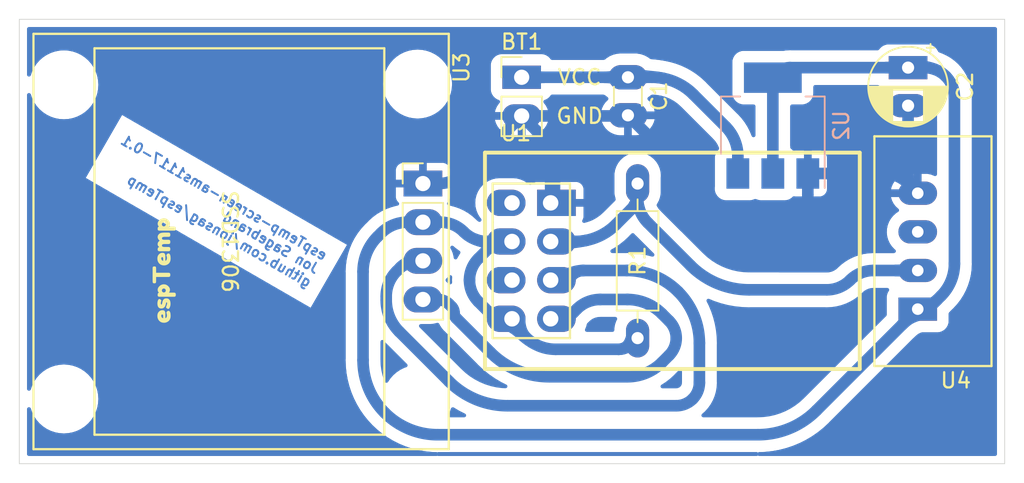
<source format=kicad_pcb>
(kicad_pcb (version 20240108) (generator "pcbnew") (generator_version "8.0")
  (title_block (title "espTemp-screen-ams1117") (date "2022-12-15") (rev "0.1"))
  (layers (0 "F.Cu" signal) (31 "B.Cu" signal) (34 "B.Paste" user) (35 "F.Paste" user) (36 "B.SilkS" user "B.Silkscreen") (37 "F.SilkS" user "F.Silkscreen") (38 "B.Mask" user) (39 "F.Mask" user) (44 "Edge.Cuts" user))
  (net 0 "")
  (net 1 "GND")
  (net 2 "Net-(BT1-Pad1)")
  (net 3 "+3V3")
  (net 6 "TempSignal")
  (net 8 "SCL")
  (net 9 "SDA")
  (footprint "My_Headers:2-pin_power_input_header_larger_pads" (layer "F.Cu") (at 138.43 76.835)
    (property "Reference" "BT1" (at 0 -2.33 0) (layer "F.SilkS"))
    (property "Value" "3.6V" (hide yes))
    (fp_text user "GND" (at 3.81 2.54 0) (layer "F.SilkS"))
    (fp_text user "VCC" (at 3.81 0 0) (layer "F.SilkS"))
    (pad "1" thru_hole rect (at 0 0) (size 2.54 1.524) (drill 1) (layers "*.Cu" "*.Mask") (net 2 "Net-(BT1-Pad1)"))
    (pad "2" thru_hole oval (at 0 2.54) (size 2.54 1.524) (drill 1) (layers "*.Cu" "*.Mask") (net 1 "GND"))
  )
  (footprint "My_Misc:C_Disc_D3.0mm_W1.6mm_P2.50mm_larg" (layer "F.Cu") (at 145.415 76.835 -90)
    (property "Reference" "C1" (at 1.25 -2.05 90) (layer "F.SilkS"))
    (property "Value" "100n")
    (pad "1" thru_hole oval (at 0 0 270) (size 1.6 2.54) (drill 0.8) (layers "*.Cu" "*.Mask") (net 2 "Net-(BT1-Pad1)"))
    (pad "2" thru_hole oval (at 2.5 0 270) (size 1.6 2.54) (drill 0.8) (layers "*.Cu" "*.Mask") (net 1 "GND"))
  )
  (footprint "My_Misc:R_Axial_DIN0207_L6.3mm_D2.5mm_P10.16mm_Horizontal_larger_pads" (layer "F.Cu") (at 146.05 93.98 90)
    (property "Reference" "R1" (at 5.08 0 90) (layer "F.SilkS"))
    (property "Value" "4.7k" (hide yes))
    (pad "1" thru_hole oval (at 0 0 90) (size 2.54 1.524) (drill 0.8) (layers "*.Cu" "*.Mask") (net 3 "+3V3"))
    (pad "2" thru_hole oval (at 10.16 0 90) (size 2.54 1.524) (drill 0.8) (layers "*.Cu" "*.Mask") (net 6 "TempSignal"))
  )
  (footprint "My_Arduino:ESP-01_w_pin_socket_large" (layer "F.Cu") (at 137.795 85.09)
    (property "Reference" "U1" (at 0.254 -4.572 0) (layer "F.SilkS"))
    (property "Value" "ESP-01")
    (pad "1" thru_hole rect (at 2.54 0) (size 2.54 1.7272) (drill 1.016 (offset 0.381 0)) (layers "*.Cu" "*.Mask") (net 1 "GND"))
    (pad "2" thru_hole oval (at 0 0) (size 2.54 1.7272) (drill 1.016 (offset -0.381 0)) (layers "*.Cu" "*.Mask"))
    (pad "3" thru_hole oval (at 2.54 2.54) (size 2.54 1.7272) (drill 1.016 (offset 0.381 0)) (layers "*.Cu" "*.Mask") (net 6 "TempSignal"))
    (pad "4" thru_hole oval (at 0 2.54) (size 2.54 1.7272) (drill 1.016 (offset -0.381 0)) (layers "*.Cu" "*.Mask") (net 3 "+3V3"))
    (pad "5" thru_hole oval (at 2.54 5.08) (size 2.54 1.7272) (drill 1.016 (offset 0.381 0)) (layers "*.Cu" "*.Mask") (net 8 "SCL"))
    (pad "6" thru_hole oval (at 0 5.08) (size 2.54 1.7272) (drill 1.016 (offset -0.381 0)) (layers "*.Cu" "*.Mask"))
    (pad "7" thru_hole oval (at 2.54 7.62) (size 2.54 1.7272) (drill 1.016 (offset 0.381 0)) (layers "*.Cu" "*.Mask") (net 9 "SDA"))
    (pad "8" thru_hole oval (at 0 7.62) (size 2.54 1.7272) (drill 1.016 (offset -0.381 0)) (layers "*.Cu" "*.Mask") (net 3 "+3V3"))
  )
  (footprint "My_Parts:DHT22,RHT03,CM2303_100mil_large" (layer "F.Cu") (at 164.465 92.075 180)
    (property "Reference" "U4" (at -2.5 -4.69 0) (layer "F.SilkS"))
    (property "Value" "DHT22,CM2303" (hide yes))
    (pad "1" thru_hole rect (at 0 0 180) (size 2.54 1.524) (drill 0.762) (layers "*.Cu" "*.Mask") (net 3 "+3V3"))
    (pad "2" thru_hole oval (at 0 2.54 180) (size 2.54 1.524) (drill 0.762) (layers "*.Cu" "*.Mask") (net 6 "TempSignal"))
    (pad "3" thru_hole oval (at 0 5.08 180) (size 2.54 1.524) (drill 0.762) (layers "*.Cu" "*.Mask"))
    (pad "4" thru_hole oval (at 0 7.62 180) (size 2.54 1.524) (drill 0.762) (layers "*.Cu" "*.Mask") (net 1 "GND"))
  )
  (footprint "My_Parts:SSD1306_I2C_0.96_OLED_display_large" (layer "F.Cu") (at 131.94 83.82 -90)
    (property "Reference" "U3" (at -7.62 -2.54 90) (layer "F.SilkS"))
    (property "Value" "SSD1306_I2C_display")
    (fp_text user "SSD1306" (at 3.81 12.7 -90) (layer "F.SilkS"))
    (pad "" np_thru_hole oval (at -6.54 0.35 270) (size 3 3) (drill 3) (layers "*.Cu" "*.Mask"))
    (pad "" np_thru_hole oval (at -6.49 23.6 270) (size 3 3) (drill 3) (layers "*.Cu" "*.Mask"))
    (pad "" np_thru_hole oval (at 14.16 23.6 270) (size 3 3) (drill 3) (layers "*.Cu" "*.Mask"))
    (pad "" np_thru_hole oval (at 14.21 0.35 270) (size 3 3) (drill 3) (layers "*.Cu" "*.Mask"))
    (pad "1" thru_hole rect (at 0 0) (size 2.54 1.7) (drill 1) (layers "*.Cu" "*.Mask") (net 1 "GND"))
    (pad "2" thru_hole oval (at 2.54 0) (size 2.54 1.7) (drill 1) (layers "*.Cu" "*.Mask") (net 3 "+3V3"))
    (pad "3" thru_hole oval (at 5.08 0) (size 2.54 1.7) (drill 1) (layers "*.Cu" "*.Mask") (net 8 "SCL"))
    (pad "4" thru_hole oval (at 7.62 0) (size 2.54 1.7) (drill 1) (layers "*.Cu" "*.Mask") (net 9 "SDA"))
  )
  (footprint "kibuzzard-62077BA3" (layer "F.Cu") (at 114.935 89.535 90)
    (property "Reference" "kibuzzard-62077BA3" (hide yes))
    (property "Value" "G***" (hide yes))
  )
  (footprint "My_Misc:CP_Radial_D5.0mm_P2.50mm_larger_pads" (layer "F.Cu") (at 163.83 76.2 -90)
    (property "Reference" "C2" (at 1.25 -3.75 90) (layer "F.SilkS"))
    (property "Value" "10u" (hide yes))
    (pad "1" thru_hole rect (at 0 0 270) (size 1.524 2.54) (drill 0.8) (layers "*.Cu" "*.Mask") (net 3 "+3V3"))
    (pad "2" thru_hole oval (at 2.5 0 270) (size 1.524 2.54) (drill 0.8) (layers "*.Cu" "*.Mask") (net 1 "GND"))
  )
  (footprint "Package_TO_SOT_SMD:SOT-223-3_TabPin2" (layer "B.Cu") (at 154.94 80.01 90)
    (property "Reference" "U2" (at 0 4.5 90) (layer "B.SilkS") (effects (justify mirror)))
    (property "Value" "AMS1117-3.3")
    (pad "1" smd rect (at -3.15 2.3 90) (size 2 1.5) (layers "B.Cu" "B.Paste" "B.Mask") (net 1 "GND"))
    (pad "2" smd rect (at -3.15 0 90) (size 2 1.5) (layers "B.Cu" "B.Paste" "B.Mask") (net 3 "+3V3"))
    (pad "2" smd rect (at 3.15 0 90) (size 2 3.8) (layers "B.Cu" "B.Paste" "B.Mask") (net 3 "+3V3"))
    (pad "3" smd rect (at -3.15 -2.3 90) (size 2 1.5) (layers "B.Cu" "B.Paste" "B.Mask") (net 2 "Net-(BT1-Pad1)"))
  )
  (gr_line (start 105.41 73.025) (end 170.18 73.025) (stroke (width 0.05)) (layer "Edge.Cuts"))
  (gr_line (start 170.18 73.025) (end 170.18 102.235) (stroke (width 0.05)) (layer "Edge.Cuts"))
  (gr_line (start 170.18 102.235) (end 105.41 102.235) (stroke (width 0.05)) (layer "Edge.Cuts"))
  (gr_line (start 105.41 102.235) (end 105.41 73.025) (stroke (width 0.05)) (layer "Edge.Cuts"))
  (gr_text "${TITLE}-${REVISION}\nJon Sagebrand\ngithub.com/jonsag/espTemp" (at 125.095 89.535 -30) (layer "B.Cu") (effects (font (size 0.635 0.635) (thickness 0.127)) (justify left mirror)))
  (segment (start 154.978519 88.22648) (end 156.248282 86.956717) (width 0.762) (layer "B.Cu") (net 1))
  (segment (start 140.335 82.627038) (end 140.335 85.09) (width 0.762) (layer "B.Cu") (net 1))
  (segment (start 148.947832 82.867832) (end 145.435 79.355) (width 0.762) (layer "B.Cu") (net 1))
  (segment (start 138.43 79.375) (end 134.708016 83.096983) (width 0.762) (layer "B.Cu") (net 1))
  (segment (start 150.772167 87.272167) (end 151.72648 88.22648) (width 0.762) (layer "B.Cu") (net 1))
  (segment (start 157.24 83.16) (end 157.24 84.5625) (width 0.762) (layer "B.Cu") (net 1))
  (segment (start 163.8175 83.8075) (end 164.1475 84.1375) (width 0.762) (layer "B.Cu") (net 1))
  (segment (start 132.9625 83.82) (end 131.94 83.82) (width 0.762) (layer "B.Cu") (net 1))
  (segment (start 157.24 83.16) (end 162.254296 83.16) (width 0.762) (layer "B.Cu") (net 1))
  (segment (start 139.3825 80.3275) (end 138.43 79.375) (width 0.762) (layer "B.Cu") (net 1))
  (segment (start 138.43 79.375) (end 145.346715 79.375) (width 0.762) (layer "B.Cu") (net 1))
  (segment (start 163.83 83.370987) (end 163.83 78.7) (width 0.762) (layer "B.Cu") (net 1))
  (arc (start 145.435 79.355) (mid 145.415 79.346715) (end 145.395 79.355) (width 0.762) (layer "B.Cu") (net 1))
  (arc (start 163.83 83.370987) (mid 163.912515 83.78582) (end 164.1475 84.1375) (width 0.762) (layer "B.Cu") (net 1))
  (arc (start 164.1475 84.1375) (mid 164.1475 84.1375) (end 164.1475 84.1375) (width 0.762) (layer "B.Cu") (net 1))
  (arc (start 157.24 84.5625) (mid 156.98226 85.85824) (end 156.248282 86.956717) (width 0.762) (layer "B.Cu") (net 1))
  (arc (start 154.978519 88.22648) (mid 154.232495 88.724957) (end 153.3525 88.9) (width 0.762) (layer "B.Cu") (net 1))
  (arc (start 134.708016 83.096983) (mid 133.907166 83.632094) (end 132.9625 83.82) (width 0.762) (layer "B.Cu") (net 1))
  (arc (start 148.947832 82.867832) (mid 149.622935 83.878195) (end 149.86 85.07) (width 0.762) (layer "B.Cu") (net 1))
  (arc (start 145.395 79.355) (mid 145.372846 79.369802) (end 145.346715 79.375) (width 0.762) (layer "B.Cu") (net 1))
  (arc (start 149.86 85.07) (mid 150.097064 86.261804) (end 150.772167 87.272167) (width 0.762) (layer "B.Cu") (net 1))
  (arc (start 151.72648 88.22648) (mid 152.472504 88.724957) (end 153.3525 88.9) (width 0.762) (layer "B.Cu") (net 1))
  (arc (start 163.8175 83.8075) (mid 163.100296 83.328279) (end 162.254296 83.16) (width 0.762) (layer "B.Cu") (net 1))
  (arc (start 139.3825 80.3275) (mid 140.087453 81.382537) (end 140.335 82.627038) (width 0.762) (layer "B.Cu") (net 1))
  (segment (start 149.712532 77.957532) (end 151.835666 80.080666) (width 0.762) (layer "B.Cu") (net 2))
  (segment (start 147.0025 76.835) (end 145.415 76.835) (width 0.762) (layer "B.Cu") (net 2))
  (segment (start 152.64 82.0225) (end 152.64 83.16) (width 0.762) (layer "B.Cu") (net 2))
  (segment (start 145.415 76.835) (end 138.43 76.835) (width 0.762) (layer "B.Cu") (net 2))
  (arc (start 151.835666 80.080666) (mid 152.43096 80.971587) (end 152.64 82.0225) (width 0.762) (layer "B.Cu") (net 2))
  (arc (start 149.712532 77.957532) (mid 148.469158 77.126736) (end 147.0025 76.835) (width 0.762) (layer "B.Cu") (net 2))
  (segment (start 136.550664 87.78916) (end 135.588712 88.751112) (width 0.762) (layer "B.Cu") (net 3))
  (segment (start 166.002538 91.199538) (end 165.361156 91.84092) (width 0.762) (layer "B.Cu") (net 3))
  (segment (start 132.956 86.36) (end 130.924 86.36) (width 0.762) (layer "B.Cu") (net 3))
  (segment (start 128.955739 87.312259) (end 129.189579 87.07842) (width 0.762) (layer "B.Cu") (net 3))
  (segment (start 132.907705 100.33) (end 153.956036 100.33) (width 0.762) (layer "B.Cu") (net 3))
  (segment (start 136.153025 87.63) (end 137.795 87.63) (width 0.762) (layer "B.Cu") (net 3))
  (segment (start 137.909014 93.146496) (end 138.636819 93.874301) (width 0.762) (layer "B.Cu") (net 3))
  (segment (start 128.00348 89.611219) (end 128.00348 95.425774) (width 0.762) (layer "B.Cu") (net 3))
  (segment (start 156.06669 76.2) (end 163.83 76.2) (width 0.762) (layer "B.Cu") (net 3))
  (segment (start 133.086974 86.36) (end 132.956 86.36) (width 0.762) (layer "B.Cu") (net 3))
  (segment (start 137.633759 92.71) (end 137.252412 92.71) (width 0.762) (layer "B.Cu") (net 3))
  (segment (start 140.669149 94.71612) (end 144.793364 94.71612) (width 0.762) (layer "B.Cu") (net 3))
  (segment (start 157.803792 98.736207) (end 164.23092 92.309079) (width 0.762) (layer "B.Cu") (net 3))
  (segment (start 166.878 78.151223) (end 166.878 89.085987) (width 0.762) (layer "B.Cu") (net 3))
  (segment (start 145.68194 94.34806) (end 146.05 93.98) (width 0.762) (layer "B.Cu") (net 3))
  (segment (start 136.934912 87.63) (end 137.16 87.63) (width 0.762) (layer "B.Cu") (net 3))
  (segment (start 136.326157 92.326332) (end 135.588712 91.588887) (width 0.762) (layer "B.Cu") (net 3))
  (segment (start 154.94 77.32669) (end 154.94 83.16) (width 0.762) (layer "B.Cu") (net 3))
  (segment (start 164.926776 76.2) (end 163.83 76.2) (width 0.762) (layer "B.Cu") (net 3))
  (arc (start 136.326157 92.326332) (mid 136.751126 92.610287) (end 137.252412 92.71) (width 0.762) (layer "B.Cu") (net 3))
  (arc (start 128.955739 87.312259) (mid 128.250964 88.367031) (end 128.00348 89.611219) (width 0.762) (layer "B.Cu") (net 3))
  (arc (start 144.793364 94.71612) (mid 145.274257 94.620464) (end 145.68194 94.34806) (width 0.762) (layer "B.Cu") (net 3))
  (arc (start 166.878 89.085987) (mid 166.650474 90.229832) (end 166.002538 91.199538) (width 0.762) (layer "B.Cu") (net 3))
  (arc (start 134.62 86.995) (mid 135.323357 87.464968) (end 136.153025 87.63) (width 0.762) (layer "B.Cu") (net 3))
  (arc (start 157.803792 98.736207) (mid 156.038426 99.915786) (end 153.956036 100.33) (width 0.762) (layer "B.Cu") (net 3))
  (arc (start 137.795 92.871241) (mid 137.747773 92.757226) (end 137.633759 92.71) (width 0.762) (layer "B.Cu") (net 3))
  (arc (start 156.06669 76.2) (mid 155.635524 76.285764) (end 155.27 76.53) (width 0.762) (layer "B.Cu") (net 3))
  (arc (start 134.62 86.995) (mid 133.916641 86.525031) (end 133.086974 86.36) (width 0.762) (layer "B.Cu") (net 3))
  (arc (start 128.00348 95.425774) (mid 128.376791 97.302539) (end 129.439894 98.893585) (width 0.762) (layer "B.Cu") (net 3))
  (arc (start 140.669149 94.71612) (mid 139.56926 94.497338) (end 138.636819 93.874301) (width 0.762) (layer "B.Cu") (net 3))
  (arc (start 165.361156 91.84092) (mid 165.101877 92.014164) (end 164.796038 92.075) (width 0.762) (layer "B.Cu") (net 3))
  (arc (start 164.796038 92.075) (mid 164.490198 92.135835) (end 164.23092 92.309079) (width 0.762) (layer "B.Cu") (net 3))
  (arc (start 166.3065 76.7715) (mid 166.729471 77.404522) (end 166.878 78.151223) (width 0.762) (layer "B.Cu") (net 3))
  (arc (start 155.27 76.53) (mid 155.025764 76.895524) (end 154.94 77.32669) (width 0.762) (layer "B.Cu") (net 3))
  (arc (start 129.439894 98.893585) (mid 131.030939 99.956687) (end 132.907705 100.33) (width 0.762) (layer "B.Cu") (net 3))
  (arc (start 135.00099 90.17) (mid 135.153733 90.937896) (end 135.588712 91.588887) (width 0.762) (layer "B.Cu") (net 3))
  (arc (start 136.934912 87.63) (mid 136.726958 87.671364) (end 136.550664 87.78916) (width 0.762) (layer "B.Cu") (net 3))
  (arc (start 135.00099 90.17) (mid 135.153733 89.402103) (end 135.588712 88.751112) (width 0.762) (layer "B.Cu") (net 3))
  (arc (start 130.924 86.36) (mid 129.985338 86.546711) (end 129.189579 87.07842) (width 0.762) (layer "B.Cu") (net 3))
  (arc (start 166.3065 76.7715) (mid 165.673477 76.348528) (end 164.926776 76.2) (width 0.762) (layer "B.Cu") (net 3))
  (arc (start 137.909014 93.146496) (mid 137.824631 93.020208) (end 137.795 92.871241) (width 0.762) (layer "B.Cu") (net 3))
  (segment (start 144.632531 86.507467) (end 145.600987 85.539012) (width 0.762) (layer "B.Cu") (net 6))
  (segment (start 161.553025 89.535) (end 164.465 89.535) (width 0.762) (layer "B.Cu") (net 6))
  (segment (start 146.723519 86.398519) (end 149.536207 89.211207) (width 0.762) (layer "B.Cu") (net 6))
  (segment (start 146.05 84.7725) (end 146.05 84.455) (width 0.762) (layer "B.Cu") (net 6))
  (segment (start 158.486974 90.805) (end 153.383963 90.805) (width 0.762) (layer "B.Cu") (net 6))
  (segment (start 141.9225 87.63) (end 140.335 87.63) (width 0.762) (layer "B.Cu") (net 6))
  (arc (start 160.02 90.17) (mid 159.316641 90.639968) (end 158.486974 90.805) (width 0.762) (layer "B.Cu") (net 6))
  (arc (start 144.632531 86.507467) (mid 143.389158 87.338263) (end 141.9225 87.63) (width 0.762) (layer "B.Cu") (net 6))
  (arc (start 146.05 84.455) (mid 146.05 84.455) (end 146.05 84.455) (width 0.762) (layer "B.Cu") (net 6))
  (arc (start 149.536207 89.211207) (mid 151.301572 90.390786) (end 153.383963 90.805) (width 0.762) (layer "B.Cu") (net 6))
  (arc (start 161.553025 89.535) (mid 160.723357 89.700031) (end 160.02 90.17) (width 0.762) (layer "B.Cu") (net 6))
  (arc (start 146.05 84.7725) (mid 146.225041 85.652495) (end 146.723519 86.398519) (width 0.762) (layer "B.Cu") (net 6))
  (arc (start 146.05 84.455) (mid 145.933305 85.041663) (end 145.600987 85.539012) (width 0.762) (layer "B.Cu") (net 6))
  (segment (start 145.344683 89.535) (end 142.503494 89.535) (width 0.762) (layer "B.Cu") (net 8))
  (segment (start 140.970469 90.17) (end 140.335 90.17) (width 0.762) (layer "B.Cu") (net 8))
  (segment (start 137.508963 98.425) (end 148.596721 98.425) (width 0.762) (layer "B.Cu") (net 8))
  (segment (start 130.212499 89.585019) (end 130.47945 89.318069) (width 0.762) (layer "B.Cu") (net 8))
  (segment (start 133.661207 96.831207) (end 130.385709 93.555709) (width 0.762) (layer "B.Cu") (net 8))
  (segment (start 129.52748 91.238804) (end 129.52748 91.48376) (width 0.762) (layer "B.Cu") (net 8))
  (segment (start 150.11352 94.303836) (end 150.11352 96.908201) (width 0.762) (layer "B.Cu") (net 8))
  (segment (start 131.48876 88.9) (end 132.08 88.9) (width 0.762) (layer "B.Cu") (net 8))
  (arc (start 137.508963 98.425) (mid 135.426572 98.010786) (end 133.661207 96.831207) (width 0.762) (layer "B.Cu") (net 8))
  (arc (start 149.66926 97.98074) (mid 149.99806 97.488655) (end 150.11352 96.908201) (width 0.762) (layer "B.Cu") (net 8))
  (arc (start 149.66926 97.98074) (mid 149.177175 98.30954) (end 148.596721 98.425) (width 0.762) (layer "B.Cu") (net 8))
  (arc (start 150.11352 94.303836) (mid 149.750513 92.478881) (end 148.71676 90.93176) (width 0.762) (layer "B.Cu") (net 8))
  (arc (start 140.970469 90.17) (mid 141.385302 90.087484) (end 141.736982 89.8525) (width 0.762) (layer "B.Cu") (net 8))
  (arc (start 142.503494 89.535) (mid 142.08866 89.617515) (end 141.736982 89.8525) (width 0.762) (layer "B.Cu") (net 8))
  (arc (start 145.344683 89.535) (mid 147.169637 89.898006) (end 148.71676 90.93176) (width 0.762) (layer "B.Cu") (net 8))
  (arc (start 130.47945 89.318069) (mid 130.942525 89.008652) (end 131.48876 88.9) (width 0.762) (layer "B.Cu") (net 8))
  (arc (start 130.385709 93.555709) (mid 129.750526 92.60509) (end 129.52748 91.48376) (width 0.762) (layer "B.Cu") (net 8))
  (arc (start 130.212499 89.585019) (mid 129.70551 90.343782) (end 129.52748 91.238804) (width 0.762) (layer "B.Cu") (net 8))
  (segment (start 148.12232 95.109077) (end 147.650699 95.580699) (width 0.762) (layer "B.Cu") (net 9))
  (segment (start 143.587507 91.44) (end 145.383025 91.44) (width 0.762) (layer "B.Cu") (net 9))
  (segment (start 147.650699 92.379301) (end 148.12232 92.850922) (width 0.762) (layer "B.Cu") (net 9))
  (segment (start 142.054482 92.075) (end 141.802904 92.326577) (width 0.762) (layer "B.Cu") (net 9))
  (segment (start 132.900987 91.44) (end 132.08 91.44) (width 0.762) (layer "B.Cu") (net 9))
  (segment (start 140.234481 96.52) (end 145.383025 96.52) (width 0.762) (layer "B.Cu") (net 9))
  (segment (start 133.6675 91.7575) (end 133.826084 91.916084) (width 0.762) (layer "B.Cu") (net 9))
  (segment (start 140.877241 92.71) (end 140.335 92.71) (width 0.762) (layer "B.Cu") (net 9))
  (segment (start 136.386725 94.926207) (end 134.143915 92.683397) (width 0.762) (layer "B.Cu") (net 9))
  (arc (start 141.802904 92.326577) (mid 141.378206 92.610351) (end 140.877241 92.71) (width 0.762) (layer "B.Cu") (net 9))
  (arc (start 148.12232 95.109077) (mid 148.468453 94.591052) (end 148.59 93.98) (width 0.762) (layer "B.Cu") (net 9))
  (arc (start 133.985 92.299741) (mid 134.0263 92.507374) (end 134.143915 92.683397) (width 0.762) (layer "B.Cu") (net 9))
  (arc (start 133.6675 91.7575) (mid 133.31582 91.522515) (end 132.900987 91.44) (width 0.762) (layer "B.Cu") (net 9))
  (arc (start 145.383025 96.52) (mid 146.610281 96.275883) (end 147.650699 95.580699) (width 0.762) (layer "B.Cu") (net 9))
  (arc (start 147.650699 92.379301) (mid 146.610281 91.684116) (end 145.383025 91.44) (width 0.762) (layer "B.Cu") (net 9))
  (arc (start 148.12232 92.850922) (mid 148.468453 93.368947) (end 148.59 93.98) (width 0.762) (layer "B.Cu") (net 9))
  (arc (start 142.054482 92.075) (mid 142.757839 91.605031) (end 143.587507 91.44) (width 0.762) (layer "B.Cu") (net 9))
  (arc (start 133.985 92.299741) (mid 133.943699 92.092107) (end 133.826084 91.916084) (width 0.762) (layer "B.Cu") (net 9))
  (arc (start 140.234481 96.52) (mid 138.15209 96.105786) (end 136.386725 94.926207) (width 0.762) (layer "B.Cu") (net 9))
  (zone (net 6) (net_name "TempSignal") (layer "B.Cu") (priority 16962) (connect_pads yes (clearance 0)) (min_thickness 0.0254) (fill yes (thermal_gap 0.508) (thermal_bridge_width 0.508))
    (polygon (pts (xy 146.535374 85.396674) (xy 146.485222 85.229254) (xy 146.456376 85.081947) (xy 146.446695 84.950793) (xy 146.45404 84.831827) (xy 146.47627 84.72109) (xy 146.511245 84.614618) (xy 146.556826 84.50845) (xy 146.610872 84.398623) (xy 146.671243 84.281176) (xy 146.7358 84.152148) (xy 146.05 83.439) (xy 145.3642 84.152148) (xy 145.436022 84.310415) (xy 145.491098 84.452115) (xy 145.533477 84.58271) (xy 145.56721 84.707659) (xy 145.596346 84.832423) (xy 145.624936 84.962462) (xy 145.657029 85.103238) (xy 145.696676 85.26021) (xy 145.747927 85.438839) (xy 145.814832 85.644586)))
  )
  (zone (net 6) (net_name "TempSignal") (layer "B.Cu") (priority 16962) (connect_pads yes (clearance 0)) (min_thickness 0.0254) (fill yes (thermal_gap 0.508) (thermal_bridge_width 0.508))
    (polygon (pts (xy 142.693684 87.161733) (xy 142.420604 87.217235) (xy 142.183238 87.250125) (xy 141.974429 87.261681) (xy 141.787025 87.253184) (xy 141.61387 87.225914) (xy 141.44781 87.18115) (xy 141.281691 87.120173) (xy 141.108358 87.044262) (xy 140.920657 86.954698) (xy 140.711434 86.85276) (xy 139.9032 87.63) (xy 140.711434 88.40724) (xy 140.941075 88.303712) (xy 141.145487 88.226768) (xy 141.332932 88.170877) (xy 141.511672 88.130507) (xy 141.689967 88.100126) (xy 141.876079 88.074204) (xy 142.078271 88.047209) (xy 142.304803 88.013609) (xy 142.563937 87.967872) (xy 142.863936 87.904469)))
  )
  (zone (net 6) (net_name "TempSignal") (layer "B.Cu") (priority 16962) (connect_pads yes (clearance 0)) (min_thickness 0.0254) (fill yes (thermal_gap 0.508) (thermal_bridge_width 0.508))
    (polygon (pts (xy 162.943 89.916) (xy 163.113612 89.918752) (xy 163.260123 89.92714) (xy 163.38727 89.941361) (xy 163.499787 89.961612) (xy 163.60241 89.988091) (xy 163.699874 90.020994) (xy 163.796915 90.06052) (xy 163.898268 90.106864) (xy 164.008668 90.160225) (xy 164.132852 90.2208) (xy 164.846 89.535) (xy 164.132852 88.8492) (xy 164.008668 88.909774) (xy 163.898268 88.963135) (xy 163.796915 89.009479) (xy 163.699874 89.049005) (xy 163.60241 89.081908) (xy 163.499787 89.108387) (xy 163.38727 89.128638) (xy 163.260123 89.142859) (xy 163.113612 89.151247) (xy 162.943 89.154)))
  )
  (zone (net 2) (net_name "Net-(BT1-Pad1)") (layer "B.Cu") (priority 16962) (connect_pads yes (clearance 0)) (min_thickness 0.0254) (fill yes (thermal_gap 0.508) (thermal_bridge_width 0.508))
    (polygon (pts (xy 139.952 76.454) (xy 139.781387 76.451247) (xy 139.634876 76.442859) (xy 139.507729 76.428638) (xy 139.395212 76.408387) (xy 139.292589 76.381908) (xy 139.195125 76.349005) (xy 139.098084 76.309479) (xy 138.996731 76.263135) (xy 138.886331 76.209774) (xy 138.762148 76.1492) (xy 138.049 76.835) (xy 138.762148 77.5208) (xy 138.886331 77.460225) (xy 138.996731 77.406864) (xy 139.098084 77.36052) (xy 139.195125 77.320994) (xy 139.292589 77.288091) (xy 139.395212 77.261612) (xy 139.507729 77.241361) (xy 139.634876 77.22714) (xy 139.781387 77.218752) (xy 139.952 77.216)))
  )
  (zone (net 3) (net_name "+3V3") (layer "B.Cu") (priority 16962) (connect_pads yes (clearance 0)) (min_thickness 0.0254) (fill yes (thermal_gap 0.508) (thermal_bridge_width 0.508))
    (polygon (pts (xy 136.504133 88.374506) (xy 136.599859 88.291959) (xy 136.692196 88.237556) (xy 136.782112 88.20792) (xy 136.870573 88.199674) (xy 136.958547 88.209442) (xy 137.047001 88.233848) (xy 137.136904 88.269514) (xy 137.229222 88.313064) (xy 137.324922 88.361122) (xy 137.424974 88.410311) (xy 138.226785 87.626447) (xy 137.184343 87.019343) (xy 137.060725 87.131685) (xy 136.94382 87.217987) (xy 136.831253 87.285453) (xy 136.720651 87.341292) (xy 136.609638 87.392708) (xy 136.49584 87.44691) (xy 136.376884 87.511102) (xy 136.250394 87.592492) (xy 136.113997 87.698286) (xy 135.965318 87.835691)))
  )
  (zone (net 8) (net_name "SCL") (layer "B.Cu") (priority 16962) (connect_pads yes (clearance 0)) (min_thickness 0.0254) (fill yes (thermal_gap 0.508) (thermal_bridge_width 0.508))
    (polygon (pts (xy 130.650617 89.685716) (xy 130.757189 89.594348) (xy 130.85917 89.535912) (xy 130.95799 89.50587) (xy 131.055077 89.499687) (xy 131.15186 89.512829) (xy 131.249769 89.540759) (xy 131.350233 89.578942) (xy 131.454681 89.622843) (xy 131.564542 89.667927) (xy 131.681246 89.709658) (xy 132.36074 88.839979) (xy 131.338961 88.298959) (xy 131.213915 88.413386) (xy 131.096157 88.502323) (xy 130.983148 88.57286) (xy 130.87235 88.632084) (xy 130.761224 88.687087) (xy 130.64723 88.744957) (xy 130.52783 88.812784) (xy 130.400485 88.897657) (xy 130.262656 89.006666) (xy 130.111804 89.1469)))
  )
  (zone (net 2) (net_name "Net-(BT1-Pad1)") (layer "B.Cu") (priority 16962) (connect_pads yes (clearance 0)) (min_thickness 0.0254) (fill yes (thermal_gap 0.508) (thermal_bridge_width 0.508))
    (polygon (pts (xy 143.825 77.216) (xy 144.003446 77.219365) (xy 144.156175 77.229474) (xy 144.288303 77.24634) (xy 144.404948 77.269982) (xy 144.511229 77.300414) (xy 144.612263 77.337653) (xy 144.713168 77.381715) (xy 144.819062 77.432616) (xy 144.935063 77.490372) (xy 145.066289 77.555) (xy 145.815 76.835) (xy 145.066289 76.115) (xy 144.935063 76.179627) (xy 144.819062 76.237383) (xy 144.713168 76.288284) (xy 144.612263 76.332346) (xy 144.511229 76.369585) (xy 144.404948 76.400017) (xy 144.288303 76.423659) (xy 144.156175 76.440525) (xy 144.003446 76.450634) (xy 143.825 76.454)))
  )
  (zone (net 1) (net_name "GND") (layer "B.Cu") (connect_pads (clearance 0.508)) (min_thickness 0.254) (fill yes (thermal_gap 0.508) (thermal_bridge_width 0.508))
    (polygon (pts (xy 170.815 102.87) (xy 104.775 102.87) (xy 104.775 72.39) (xy 170.815 72.39)))
  )
  (zone (net 3) (net_name "+3V3") (layer "B.Cu") (priority 16962) (connect_pads yes (clearance 0)) (min_thickness 0.0254) (fill yes (thermal_gap 0.508) (thermal_bridge_width 0.508))
    (polygon (pts (xy 165.814589 75.994596) (xy 165.591705 75.909654) (xy 165.396679 75.847664) (xy 165.223868 75.803094) (xy 165.067628 75.770412) (xy 164.922316 75.744087) (xy 164.782288 75.718586) (xy 164.6419 75.688379) (xy 164.49551 75.647933) (xy 164.337474 75.591717) (xy 164.162148 75.5142) (xy 163.449 76.2) (xy 164.162148 76.8858) (xy 164.303421 76.815248) (xy 164.432892 76.749204) (xy 164.554567 76.690301) (xy 164.672452 76.641174) (xy 164.790553 76.604457) (xy 164.912877 76.582784) (xy 165.04343 76.578791) (xy 165.186217 76.59511) (xy 165.345245 76.634377) (xy 165.524521 76.699226)))
  )
  (zone (net 6) (net_name "TempSignal") (layer "B.Cu") (priority 16962) (connect_pads yes (clearance 0)) (min_thickness 0.0254) (fill yes (thermal_gap 0.508) (thermal_bridge_width 0.508))
    (polygon (pts (xy 146.109133 85.51731) (xy 146.211118 85.352894) (xy 146.288084 85.206153) (xy 146.345703 85.073539) (xy 146.389648 84.951507) (xy 146.425592 84.836509) (xy 146.459209 84.725) (xy 146.496171 84.613434) (xy 146.542151 84.498263) (xy 146.602822 84.375943) (xy 146.683859 84.242926) (xy 146.067007 83.43938) (xy 145.350058 84.121204) (xy 145.398615 84.225039) (xy 145.448794 84.321675) (xy 145.496985 84.413268) (xy 145.539575 84.501973) (xy 145.572954 84.58995) (xy 145.59351 84.679354) (xy 145.597631 84.772342) (xy 145.581706 84.871072) (xy 145.542125 84.9777) (xy 145.475275 85.094384)))
  )
  (zone (net 0) (net_name "") (layer "B.Cu") (connect_pads (clearance 0.508)) (min_thickness 0.254) (fill yes (thermal_gap 0.508) (thermal_bridge_width 0.508))
    (polygon (pts (xy 171.45 103.505) (xy 104.14 103.505) (xy 104.14 71.755) (xy 171.45 71.755)))
  )
  (zone (net 9) (net_name "SDA") (layer "B.Cu") (priority 16962) (connect_pads yes (clearance 0)) (min_thickness 0.0254) (fill yes (thermal_gap 0.508) (thermal_bridge_width 0.508))
    (polygon (pts (xy 133.935587 91.486774) (xy 133.776197 91.348599) (xy 133.624123 91.253394) (xy 133.478276 91.191155) (xy 133.337568 91.151877) (xy 133.20091 91.125558) (xy 133.067213 91.102193) (xy 132.93539 91.071778) (xy 132.804351 91.024309) (xy 132.673008 90.949783) (xy 132.540274 90.838195) (xy 131.515 91.44) (xy 132.310506 92.205) (xy 132.429035 92.141728) (xy 132.541963 92.07359) (xy 132.65057 92.006196) (xy 132.756138 91.945151) (xy 132.859947 91.896064) (xy 132.963279 91.864543) (xy 133.067415 91.856196) (xy 133.173636 91.87663) (xy 133.283224 91.931453) (xy 133.397459 92.026274)))
  )
  (zone (net 2) (net_name "Net-(BT1-Pad1)") (layer "B.Cu") (priority 16962) (connect_pads yes (clearance 0)) (min_thickness 0.0254) (fill yes (thermal_gap 0.508) (thermal_bridge_width 0.508))
    (polygon (pts (xy 147.875655 76.545473) (xy 147.581515 76.489414) (xy 147.326498 76.451434) (xy 147.102846 76.425837) (xy 146.902798 76.406929) (xy 146.718597 76.389013) (xy 146.542482 76.366396) (xy 146.366695 76.333381) (xy 146.183477 76.284273) (xy 145.985068 76.213378) (xy 145.763711 76.115) (xy 145.015 76.835) (xy 145.763711 77.555) (xy 145.966831 77.4576) (xy 146.150011 77.37441) (xy 146.320085 77.306015) (xy 146.483887 77.253005) (xy 146.648254 77.215967) (xy 146.820018 77.195489) (xy 147.006015 77.192158) (xy 147.21308 77.206563) (xy 147.448047 77.239291) (xy 147.717751 77.290931)))
  )
  (zone (net 3) (net_name "+3V3") (layer "B.Cu") (priority 16962) (connect_pads yes (clearance 0)) (min_thickness 0.0254) (fill yes (thermal_gap 0.508) (thermal_bridge_width 0.508))
    (polygon (pts (xy 135.164299 87.811428) (xy 135.465277 87.926731) (xy 135.728672 88.006984) (xy 135.962281 88.060687) (xy 136.173902 88.096341) (xy 136.371334 88.122445) (xy 136.562373 88.147501) (xy 136.754818 88.180008) (xy 136.956467 88.228467) (xy 137.175117 88.301377) (xy 137.418566 88.40724) (xy 138.2268 87.63) (xy 137.418566 86.85276) (xy 137.210946 86.956178) (xy 137.02199 87.051935) (xy 136.845678 87.136421) (xy 136.675991 87.206028) (xy 136.506907 87.257146) (xy 136.332408 87.286166) (xy 136.146474 87.289479) (xy 135.943085 87.263476) (xy 135.716221 87.204548) (xy 135.459863 87.109086)))
  )
  (zone (net 3) (net_name "+3V3") (layer "B.Cu") (priority 16962) (connect_pads yes (clearance 0)) (min_thickness 0.0254) (fill yes (thermal_gap 0.508) (thermal_bridge_width 0.508))
    (polygon (pts (xy 144.768333 95.09712) (xy 144.951445 95.087176) (xy 145.105907 95.060187) (xy 145.237883 95.020414) (xy 145.353539 94.972117) (xy 145.459039 94.91956) (xy 145.56055 94.867002) (xy 145.664236 94.818705) (xy 145.776263 94.778932) (xy 145.902796 94.751943) (xy 146.05 94.742) (xy 146.344479 93.73825) (xy 145.35813 93.660691) (xy 145.317218 93.758645) (xy 145.282129 93.855783) (xy 145.249173 93.949866) (xy 145.214661 94.03866) (xy 145.174905 94.119928) (xy 145.126215 94.191434) (xy 145.064901 94.250942) (xy 144.987276 94.296217) (xy 144.889649 94.325021) (xy 144.768333 94.33512)))
  )
  (zone (net 3) (net_name "+3V3") (layer "B.Cu") (priority 16962) (connect_pads yes (clearance 0)) (min_thickness 0.0254) (fill yes (thermal_gap 0.508) (thermal_bridge_width 0.508))
    (polygon (pts (xy 162.308 76.581) (xy 162.478612 76.583752) (xy 162.625123 76.59214) (xy 162.75227 76.606361) (xy 162.864787 76.626612) (xy 162.96741 76.653091) (xy 163.064874 76.685994) (xy 163.161915 76.72552) (xy 163.263268 76.771864) (xy 163.373668 76.825225) (xy 163.497852 76.8858) (xy 164.211 76.2) (xy 163.497852 75.5142) (xy 163.373668 75.574774) (xy 163.263268 75.628135) (xy 163.161915 75.674479) (xy 163.064874 75.714005) (xy 162.96741 75.746908) (xy 162.864787 75.773387) (xy 162.75227 75.793638) (xy 162.625123 75.807859) (xy 162.478612 75.816247) (xy 162.308 75.819)))
  )
  (zone (net 3) (net_name "+3V3") (layer "B.Cu") (priority 16962) (connect_pads yes (clearance 0)) (min_thickness 0.0254) (fill yes (thermal_gap 0.508) (thermal_bridge_width 0.508))
    (polygon (pts (xy 135.933155 92.472145) (xy 136.08622 92.613935) (xy 136.226393 92.723505) (xy 136.35618 92.808192) (xy 136.478085 92.875333) (xy 136.594616 92.932268) (xy 136.708277 92.986333) (xy 136.821574 93.044866) (xy 136.937014 93.115206) (xy 137.057101 93.20469) (xy 137.184343 93.320657) (xy 138.223341 92.764544) (xy 137.519762 91.891436) (xy 137.40128 91.935959) (xy 137.289695 91.984069) (xy 137.183564 92.031062) (xy 137.08144 92.072228) (xy 136.98188 92.102863) (xy 136.883439 92.118259) (xy 136.784672 92.113711) (xy 136.684135 92.08451) (xy 136.580382 92.025952) (xy 136.47197 91.93333)))
  )
  (zone (net 9) (net_name "SDA") (layer "B.Cu") (priority 16962) (connect_pads yes (clearance 0)) (min_thickness 0.0254) (fill yes (thermal_gap 0.508) (thermal_bridge_width 0.508))
    (polygon (pts (xy 141.657551 91.933116) (xy 141.549177 92.025708) (xy 141.445461 92.084254) (xy 141.344961 92.113456) (xy 141.24623 92.118019) (xy 141.147824 92.102647) (xy 141.0483 92.072044) (xy 140.946212 92.030913) (xy 140.840116 91.983959) (xy 140.728568 91.935886) (xy 140.610124 91.891397) (xy 139.906667 92.764604) (xy 140.945656 93.320658) (xy 141.072867 93.204702) (xy 141.192913 93.115206) (xy 141.308303 93.044838) (xy 141.421546 92.986265) (xy 141.535149 92.932155) (xy 141.65162 92.875176) (xy 141.773469 92.807996) (xy 141.903204 92.723283) (xy 142.043333 92.613706) (xy 142.196364 92.471931)))
  )
  (zone (net 3) (net_name "+3V3") (layer "B.Cu") (priority 16962) (connect_pads yes (clearance 0)) (min_thickness 0.0254) (fill yes (thermal_gap 0.508) (thermal_bridge_width 0.508))
    (polygon (pts (xy 163.650387 93.428428) (xy 163.774002 93.308633) (xy 163.884379 93.209936) (xy 163.985055 93.129126) (xy 164.079564 93.062996) (xy 164.17144 93.008337) (xy 164.264219 92.961939) (xy 164.361437 92.920595) (xy 164.466627 92.881096) (xy 164.583326 92.840233) (xy 164.715068 92.794798) (xy 164.734407 91.805593) (xy 163.745203 91.82493) (xy 163.699767 91.956671) (xy 163.658903 92.07337) (xy 163.619404 92.17856) (xy 163.578059 92.275778) (xy 163.531662 92.368557) (xy 163.477002 92.460434) (xy 163.410872 92.554942) (xy 163.330062 92.655618) (xy 163.231365 92.765996) (xy 163.111571 92.889612)))
  )
  (zone (net 3) (net_name "+3V3") (layer "B.Cu") (priority 16962) (connect_pads yes (clearance 0)) (min_thickness 0.0254) (fill yes (thermal_gap 0.508) (thermal_bridge_width 0.508))
    (polygon (pts (xy 139.507011 94.047666) (xy 139.30862 93.933984) (xy 139.145159 93.820258) (xy 139.012972 93.704334) (xy 138.908409 93.584058) (xy 138.827815 93.457276) (xy 138.767538 93.321834) (xy 138.723925 93.175579) (xy 138.693323 93.016357) (xy 138.672079 92.842013) (xy 138.65654 92.650394) (xy 137.580409 92.335298) (xy 137.392426 93.474028) (xy 137.606289 93.595695) (xy 137.784624 93.714038) (xy 137.937593 93.830563) (xy 138.075359 93.946776) (xy 138.208086 94.064181) (xy 138.345934 94.184286) (xy 138.499066 94.308595) (xy 138.677646 94.438614) (xy 138.891836 94.57585) (xy 139.151799 94.721808)))
  )
  (zone (net 3) (net_name "+3V3") (layer "B.Cu") (priority 16962) (connect_pads yes (clearance 0)) (min_thickness 0.0254) (fill yes (thermal_gap 0.508) (thermal_bridge_width 0.508))
    (polygon (pts (xy 165.511983 91.151278) (xy 165.416185 91.237928) (xy 165.325465 91.301974) (xy 165.238268 91.346114) (xy 165.153044 91.373045) (xy 165.06824 91.385467) (xy 164.982305 91.386078) (xy 164.893686 91.377577) (xy 164.800832 91.362661) (xy 164.70219 91.34403) (xy 164.596209 91.324382) (xy 164.098626 92.179549) (xy 165.003815 92.613815) (xy 165.115765 92.505315) (xy 165.216957 92.413491) (xy 165.310821 92.333433) (xy 165.400786 92.260231) (xy 165.490283 92.188977) (xy 165.582742 92.11476) (xy 165.681593 92.032673) (xy 165.790265 91.937806) (xy 165.91219 91.825248) (xy 166.050798 91.690093)))
  )
  (zone (net 8) (net_name "SCL") (layer "B.Cu") (priority 16962) (connect_pads yes (clearance 0)) (min_thickness 0.0254) (fill yes (thermal_gap 0.508) (thermal_bridge_width 0.508))
    (polygon (pts (xy 142.520008 89.154093) (xy 142.255004 89.164168) (xy 142.027253 89.195974) (xy 141.829057 89.242201) (xy 141.652717 89.295541) (xy 141.490537 89.348686) (xy 141.334817 89.394328) (xy 141.177862 89.425158) (xy 141.011972 89.433869) (xy 140.82945 89.41315) (xy 140.622599 89.355696) (xy 139.905883 90.218053) (xy 140.795592 90.90052) (xy 140.983862 90.767404) (xy 141.142882 90.630743) (xy 141.282231 90.494757) (xy 141.411487 90.363663) (xy 141.540227 90.241679) (xy 141.67803 90.133023) (xy 141.834472 90.041913) (xy 142.019133 89.972568) (xy 142.24159 89.929205) (xy 142.511422 89.916043)))
  )
)
</source>
